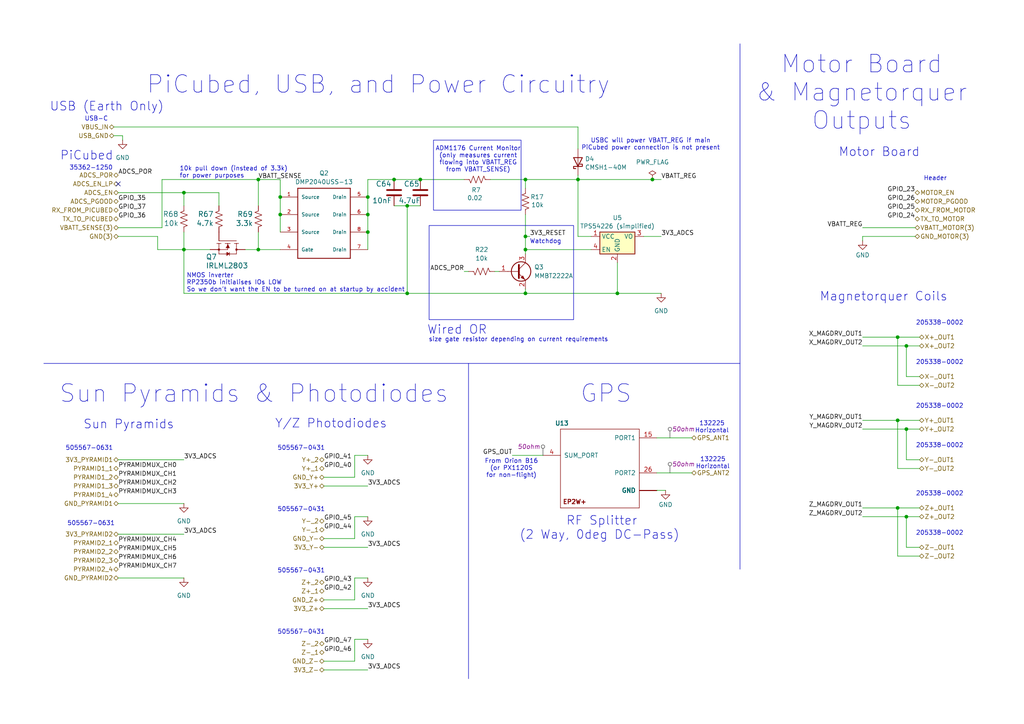
<source format=kicad_sch>
(kicad_sch (version 20250114) (generator "eeschema") (generator_version "9.0")
  (paper "A4")
  (title_block (title "ADCS (system)") (date "2025-06-09") (company "Stanford Space Initiative") (comment 1 "Hunter Liu"))
  (lib_symbols
    (symbol "Device:C" (pin_numbers (hide yes)) (pin_names (offset 0.254))
      (property "Reference" "C" (at 0.635 2.54 0))
      (property "Value" "C" (at 0.635 -2.54 0))
      (symbol "C_0_1"
        (polyline (pts (xy -2.032 0.762) (xy 2.032 0.762)) (stroke (width 0.508)))
        (polyline (pts (xy -2.032 -0.762) (xy 2.032 -0.762)) (stroke (width 0.508)))
      )
      (symbol "C_1_1"
        (pin passive line (at 0 3.81 270) (length 2.794) (name "~") (number "1"))
        (pin passive line (at 0 -3.81 90) (length 2.794) (name "~") (number "2"))
      )
    )
    (symbol "Device:D_Schottky" (pin_numbers (hide yes)) (pin_names (offset 1.016) (hide yes))
      (property "Reference" "D" (at 0 2.54 0))
      (property "Value" "D_Schottky" (at 0 -2.54 0))
      (symbol "D_Schottky_0_1"
        (polyline (pts (xy -1.905 0.635) (xy -1.905 1.27) (xy -1.27 1.27) (xy -1.27 -1.27) (xy -0.635 -1.27) (xy -0.635 -0.635)) (stroke (width 0.254)))
        (polyline (pts (xy 1.27 1.27) (xy 1.27 -1.27) (xy -1.27 0) (xy 1.27 1.27)) (stroke (width 0.254)))
        (polyline (pts (xy 1.27 0) (xy -1.27 0)))
      )
      (symbol "D_Schottky_1_1"
        (pin passive line (at -3.81 0 0) (length 2.54) (name "K") (number "1"))
        (pin passive line (at 3.81 0 180) (length 2.54) (name "A") (number "2"))
      )
    )
    (symbol "Device:R_US" (pin_numbers (hide yes)) (pin_names (offset 0))
      (property "Reference" "R" (at 2.54 0 90))
      (property "Value" "R_US" (at -2.54 0 90))
      (symbol "R_US_0_1"
        (polyline (pts (xy 0 2.286) (xy 0 2.54)))
        (polyline (pts (xy 0 2.286) (xy 1.016 1.905) (xy 0 1.524) (xy -1.016 1.143) (xy 0 0.762)))
        (polyline (pts (xy 0 0.762) (xy 1.016 0.381) (xy 0 0) (xy -1.016 -0.381) (xy 0 -0.762)))
        (polyline (pts (xy 0 -0.762) (xy 1.016 -1.143) (xy 0 -1.524) (xy -1.016 -1.905) (xy 0 -2.286)))
        (polyline (pts (xy 0 -2.286) (xy 0 -2.54)))
      )
      (symbol "R_US_1_1"
        (pin passive line (at 0 3.81 270) (length 1.27) (name "~") (number "1"))
        (pin passive line (at 0 -3.81 90) (length 1.27) (name "~") (number "2"))
      )
    )
    (symbol "Transistor_BJT:MMBT2222A" (pin_names (offset 0) (hide yes))
      (property "Reference" "Q" (at 5.08 1.905 0))
      (property "Value" "MMBT2222A" (at 5.08 0 0))
      (symbol "MMBT2222A_0_1"
        (polyline (pts (xy -2.54 0) (xy 0.635 0)))
        (polyline (pts (xy 0.635 1.905) (xy 0.635 -1.905)) (stroke (width 0.508)))
        (circle (center 1.27 0) (radius 2.8194) (stroke (width 0.254)))
      )
      (symbol "MMBT2222A_1_1"
        (polyline (pts (xy 0.635 0.635) (xy 2.54 2.54)))
        (polyline (pts (xy 0.635 -0.635) (xy 2.54 -2.54)))
        (polyline (pts (xy 1.27 -1.778) (xy 1.778 -1.27) (xy 2.286 -2.286) (xy 1.27 -1.778)) (fill (type outline)))
        (pin input line (at -5.08 0 0) (length 2.54) (name "B") (number "1"))
        (pin passive line (at 2.54 5.08 270) (length 2.54) (name "C") (number "3"))
        (pin passive line (at 2.54 -5.08 90) (length 2.54) (name "E") (number "2"))
      )
    )
    (symbol "power:GND" (power) (pin_numbers (hide yes)) (pin_names (offset 0) (hide yes))
      (property "Value" "GND" (at 0 -3.81 0))
      (symbol "GND_0_1"
        (polyline (pts (xy 0 0) (xy 0 -1.27) (xy 1.27 -1.27) (xy 0 -2.54) (xy -1.27 -1.27) (xy 0 -1.27)))
      )
      (symbol "GND_1_1"
        (pin power_in line (at 0 0 270) (length 0) (name "~") (number "1"))
      )
    )
    (symbol "power:PWR_FLAG" (power) (pin_numbers (hide yes)) (pin_names (offset 0) (hide yes))
      (property "Value" "PWR_FLAG" (at 0 3.81 0))
      (symbol "PWR_FLAG_0_0"
        (pin power_out line (at 0 0 90) (length 0) (name "~") (number "1"))
      )
      (symbol "PWR_FLAG_0_1"
        (polyline (pts (xy 0 0) (xy 0 1.27) (xy -1.016 1.905) (xy 0 2.54) (xy 1.016 1.905) (xy 0 1.27)))
      )
    )
    (symbol "ssi_IC:EP2W+" (pin_names (offset 1.016))
      (property "Reference" "U" (at -7.62 10.16 0))
      (symbol "EP2W+_1_0"
        (polyline (pts (xy -12.7 7.62) (xy 10.16 7.62)))
        (polyline (pts (xy -12.7 -15.24) (xy -12.7 7.62)))
        (polyline (pts (xy 10.16 7.62) (xy 10.16 -15.24)))
        (polyline (pts (xy 10.16 -15.24) (xy -12.7 -15.24)))
        (text "EP2W+" (at -5.08 -12.7 0) (effects (font (size 1.27 1.27) (bold yes)) (justify right top)))
        (pin bidirectional line (at -17.78 0 0) (length 5.08) (name "SUM_PORT") (number "4"))
        (pin bidirectional line (at 15.24 5.08 180) (length 5.08) (name "PORT1") (number "15"))
        (pin bidirectional line (at 15.24 -5.08 180) (length 5.08) (name "PORT2") (number "26"))
        (pin power_in line (at 15.24 -10.16 180) (length 5.08) (name "GND") (number "1"))
        (pin power_in line (at 15.24 -10.16 180) (length 5.08) (name "GND") (number "10"))
        (pin power_in line (at 15.24 -10.16 180) (length 5.08) (name "GND") (number "11"))
        (pin power_in line (at 15.24 -10.16 180) (length 5.08) (name "GND") (number "12"))
        (pin power_in line (at 15.24 -10.16 180) (length 5.08) (name "GND") (number "13"))
        (pin power_in line (at 15.24 -10.16 180) (length 5.08) (name "GND") (number "14"))
        (pin power_in line (at 15.24 -10.16 180) (length 5.08) (name "GND") (number "16"))
        (pin power_in line (at 15.24 -10.16 180) (length 5.08) (name "GND") (number "17"))
        (pin power_in line (at 15.24 -10.16 180) (length 5.08) (name "GND") (number "18"))
        (pin power_in line (at 15.24 -10.16 180) (length 5.08) (name "GND") (number "19"))
        (pin power_in line (at 15.24 -10.16 180) (length 5.08) (name "GND") (number "2"))
        (pin power_in line (at 15.24 -10.16 180) (length 5.08) (name "GND") (number "20"))
        (pin power_in line (at 15.24 -10.16 180) (length 5.08) (name "GND") (number "21"))
        (pin power_in line (at 15.24 -10.16 180) (length 5.08) (name "GND") (number "22"))
        (pin power_in line (at 15.24 -10.16 180) (length 5.08) (name "GND") (number "23"))
        (pin power_in line (at 15.24 -10.16 180) (length 5.08) (name "GND") (number "24"))
        (pin power_in line (at 15.24 -10.16 180) (length 5.08) (name "GND") (number "25"))
        (pin power_in line (at 15.24 -10.16 180) (length 5.08) (name "GND") (number "27"))
        (pin power_in line (at 15.24 -10.16 180) (length 5.08) (name "GND") (number "28"))
        (pin power_in line (at 15.24 -10.16 180) (length 5.08) (name "GND") (number "29"))
        (pin power_in line (at 15.24 -10.16 180) (length 5.08) (name "GND") (number "3"))
        (pin power_in line (at 15.24 -10.16 180) (length 5.08) (name "GND") (number "30"))
        (pin power_in line (at 15.24 -10.16 180) (length 5.08) (name "GND") (number "31"))
        (pin power_in line (at 15.24 -10.16 180) (length 5.08) (name "GND") (number "32"))
        (pin power_in line (at 15.24 -10.16 180) (length 5.08) (name "GND") (number "5"))
        (pin power_in line (at 15.24 -10.16 180) (length 5.08) (name "GND") (number "6"))
        (pin power_in line (at 15.24 -10.16 180) (length 5.08) (name "GND") (number "7"))
        (pin power_in line (at 15.24 -10.16 180) (length 5.08) (name "GND") (number "8"))
        (pin power_in line (at 15.24 -10.16 180) (length 5.08) (name "GND") (number "9"))
        (pin power_in line (at 15.24 -10.16 180) (length 5.08) (name "GND") (number "EP"))
      )
    )
    (symbol "ssi_system:TPS54226_simplified"
      (property "Reference" "U5" (at 0 5.4145 0))
      (property "Value" "TPS54226 (simplified)" (at 0 2.9902 0))
      (symbol "TPS54226_simplified_1_1"
        (rectangle (start -5.08 -5.08) (end 5.08 1.27) (stroke (width 0.254)) (fill (type background)))
        (pin power_in line (at -7.62 0 0) (length 2.54) (name "VCC") (number "1"))
        (pin passive line (at -7.62 -3.81 0) (length 2.54) (name "EN") (number "4"))
        (pin power_in line (at 0 -7.62 90) (length 2.54) (name "GND") (number "2"))
        (pin power_out line (at 7.62 0 180) (length 2.54) (name "VO") (number "3"))
      )
    )
    (symbol "ssi_transistor:DMP2040USS-13" (pin_names (offset 1.016))
      (property "Reference" "Q" (at -7.62 10.287 0))
      (property "Value" "DMP2040USS-13" (at -7.493 -12.065 0))
      (symbol "DMP2040USS-13_0_0"
        (polyline (pts (xy -7.62 10.16) (xy 7.62 10.16)) (stroke (width 0.254)))
        (polyline (pts (xy -7.62 -10.16) (xy -7.62 10.16)) (stroke (width 0.254)))
        (polyline (pts (xy 7.62 10.16) (xy 7.62 -10.16)) (stroke (width 0.254)))
        (polyline (pts (xy 7.62 -10.16) (xy -7.62 -10.16)) (stroke (width 0.254)))
        (pin passive line (at -12.7 7.62 0) (length 5.08) (name "Source") (number "1"))
        (pin passive line (at -12.7 2.54 0) (length 5.08) (name "Source") (number "2"))
        (pin passive line (at -12.7 -2.54 0) (length 5.08) (name "Source") (number "3"))
        (pin passive line (at 12.7 7.62 180) (length 5.08) (name "Drain") (number "5"))
        (pin passive line (at 12.7 2.54 180) (length 5.08) (name "Drain") (number "6"))
        (pin passive line (at 12.7 -2.54 180) (length 5.08) (name "Drain") (number "8"))
        (pin passive line (at 12.7 -7.62 180) (length 5.08) (name "Drain") (number "7"))
      )
      (symbol "DMP2040USS-13_1_0"
        (pin input line (at -12.7 -7.62 0) (length 5.08) (name "Gate") (number "4"))
      )
    )
    (symbol "ssi_transistor:IRLML2803TRPBF" (pin_names (offset 1.016))
      (property "Reference" "Q" (at -11.43 1.27 0))
      (property "Value" "IRLML2803TRPBF" (at -11.43 3.81 0))
      (symbol "IRLML2803TRPBF_1_0"
        (polyline (pts (xy 0 2.54) (xy 0 -2.54)))
        (polyline (pts (xy 0.762 3.175) (xy 0.762 2.54)))
        (polyline (pts (xy 0.762 2.54) (xy 0.762 1.905)))
        (polyline (pts (xy 0.762 2.54) (xy 3.81 2.54)))
        (polyline (pts (xy 0.762 0.762) (xy 0.762 0)))
        (polyline (pts (xy 0.762 0) (xy 0.762 -0.762)))
        (polyline (pts (xy 0.762 0) (xy 2.54 0)))
        (polyline (pts (xy 0.762 -1.905) (xy 0.762 -2.54)))
        (polyline (pts (xy 0.762 -2.54) (xy 0.762 -3.175)))
        (polyline (pts (xy 1.016 0) (xy 2.032 0.508) (xy 2.032 -0.508)) (fill (type outline)))
        (circle (center 2.54 2.54) (radius 0.254))
        (polyline (pts (xy 2.54 0) (xy 2.54 -2.54)))
        (polyline (pts (xy 2.54 -2.54) (xy 0.762 -2.54)))
        (polyline (pts (xy 2.54 -2.54) (xy 3.81 -2.54)))
        (circle (center 2.54 -2.54) (radius 0.254))
        (polyline (pts (xy 3.302 0.508) (xy 3.81 0.508)))
        (polyline (pts (xy 3.81 2.54) (xy 3.81 0.508)))
        (polyline (pts (xy 3.81 0.508) (xy 3.81 -0.508)))
        (polyline (pts (xy 3.81 0.508) (xy 4.318 0.508)))
        (polyline (pts (xy 3.81 0.508) (xy 3.302 -0.254) (xy 4.318 -0.254)) (fill (type outline)))
        (polyline (pts (xy 3.81 -0.508) (xy 3.81 -2.54)))
        (pin passive line (at -2.54 -2.54 0) (length 2.54) (name "G") (number "1"))
        (pin passive line (at 2.54 5.08 270) (length 2.54) (name "D") (number "3"))
        (pin passive line (at 2.54 -5.08 90) (length 2.54) (name "S") (number "2"))
      )
    )
  )
  (rectangle (start 124.46 65.405) (end 166.37 92.71))
  (rectangle (start 125.73 40.64) (end 151.13 60.96))
  (text "505567-0431" (at 87.376 147.828 0) (effects (font (size 1.27 1.27))))
  (text "35362-1250" (at 26.416 48.768 0) (effects (font (size 1.27 1.27))))
  (text "Sun Pyramids" (at 37.338 123.19 0) (effects (font (size 2.54 2.54))))
  (text "ADM1176 Current Monitor\n(only measures current\nflowing into VBATT_REG\nfrom VBATT_SENSE)" (at 138.684 46.228 0) (effects (font (size 1.27 1.27))))
  (text "Y/Z Photodiodes" (at 96.012 122.936 0) (effects (font (size 2.54 2.54))))
  (text "132225\nHorizontal" (at 206.756 134.366 0) (effects (font (size 1.27 1.27))))
  (text "GPS" (at 175.768 114.3 0) (effects (font (size 5.08 5.08))))
  (text "205338-0002" (at 272.542 117.856 0) (effects (font (size 1.27 1.27))))
  (text "Sun Pyramids & Photodiodes" (at 73.66 114.3 0) (effects (font (size 5.08 5.08))))
  (text "USB-C" (at 27.94 34.544 0) (effects (font (size 1.27 1.27))))
  (text "Wired OR" (at 132.588 95.758 0) (effects (font (size 2.54 2.54))))
  (text "205338-0002" (at 272.542 93.726 0) (effects (font (size 1.27 1.27))))
  (text "Magnetorquer Coils" (at 256.286 86.106 0) (effects (font (size 2.54 2.54))))
  (text "Header" (at 271.272 51.816 0) (effects (font (size 1.27 1.27))))
  (text "Motor Board\n& Magnetorquer\nOutputs" (at 249.936 26.924 0) (effects (font (size 5.08 5.08))))
  (text "205338-0002" (at 272.542 154.686 0) (effects (font (size 1.27 1.27))))
  (text "205338-0002" (at 272.542 143.256 0) (effects (font (size 1.27 1.27))))
  (text "10k pull down (instead of 3.3k) \nfor power purposes" (at 52.07 50.038 0) (effects (font (size 1.27 1.27)) (justify left)))
  (text "PiCubed, USB, and Power Circuitry" (at 109.728 24.638 0) (effects (font (size 5.08 5.08))))
  (text "505567-0431" (at 87.376 165.608 0) (effects (font (size 1.27 1.27))))
  (text "505567-0631" (at 25.908 130.048 0) (effects (font (size 1.27 1.27))))
  (text "132225\nHorizontal" (at 206.502 123.952 0) (effects (font (size 1.27 1.27))))
  (text "USBC will power VBATT_REG if main\nPiCubed power connection is not present" (at 188.722 41.91 0) (effects (font (size 1.27 1.27))))
  (text "From Orion B16\n(or PX1120S\nfor non-flight)" (at 148.336 135.89 0) (effects (font (size 1.27 1.27))))
  (text "505567-0431" (at 87.376 183.388 0) (effects (font (size 1.27 1.27))))
  (text "NMOS inverter\nRP2350b initialises IOs LOW\nSo we don't want the EN to be turned on at startup by accident" (at 54.102 82.042 0) (effects (font (size 1.27 1.27)) (justify left)))
  (text "       RF Splitter \n(2 Way, 0deg DC-Pass)" (at 150.622 156.718 0) (effects (font (size 2.54 2.54)) (justify left bottom)))
  (text "PiCubed" (at 25.146 45.212 0) (effects (font (size 2.54 2.54))))
  (text "205338-0002" (at 272.542 129.286 0) (effects (font (size 1.27 1.27))))
  (text "505567-0631" (at 26.416 151.892 0) (effects (font (size 1.27 1.27))))
  (text "USB (Earth Only)" (at 30.988 30.988 0) (effects (font (size 2.54 2.54))))
  (text "Motor Board" (at 255.016 44.196 0) (effects (font (size 2.54 2.54))))
  (text "size gate resistor depending on current requirements" (at 150.368 98.552 0) (effects (font (size 1.27 1.27))))
  (text "205338-0002" (at 272.542 105.156 0) (effects (font (size 1.27 1.27))))
  (text "Watchdog" (at 158.242 70.104 0) (effects (font (size 1.27 1.27))))
  (text "505567-0431" (at 87.376 130.048 0) (effects (font (size 1.27 1.27))))
  (junction (at 152.4 68.58))
  (junction (at 81.28 57.15))
  (junction (at 118.11 59.69))
  (junction (at 121.92 52.07))
  (junction (at 118.11 85.09))
  (junction (at 81.28 62.23))
  (junction (at 114.3 52.07))
  (junction (at 74.93 72.39))
  (junction (at 262.89 124.46))
  (junction (at 262.89 149.86))
  (junction (at 262.89 100.33))
  (junction (at 53.34 55.88))
  (junction (at 74.93 52.07))
  (junction (at 53.34 72.39))
  (junction (at 179.07 85.09))
  (junction (at 152.4 52.07))
  (junction (at 106.68 62.23))
  (junction (at 152.4 85.09))
  (junction (at 152.4 72.39))
  (junction (at 106.68 57.15))
  (junction (at 260.35 121.92))
  (junction (at 106.68 67.31))
  (junction (at 189.23 52.07))
  (junction (at 167.64 52.07))
  (junction (at 260.35 147.32))
  (junction (at 260.35 97.79))
  (no_connect (at 34.29 53.34))
  (wire (pts (xy 250.19 149.86) (xy 262.89 149.86)))
  (wire (pts (xy 106.68 57.15) (xy 106.68 62.23)))
  (wire (pts (xy 266.7 109.22) (xy 262.89 109.22)))
  (wire (pts (xy 71.12 72.39) (xy 74.93 72.39)))
  (wire (pts (xy 35.56 40.64) (xy 35.56 39.37)))
  (wire (pts (xy 262.89 149.86) (xy 262.89 158.75)))
  (wire (pts (xy 266.7 133.35) (xy 262.89 133.35)))
  (wire (pts (xy 106.68 62.23) (xy 106.68 67.31)))
  (wire (pts (xy 53.34 55.88) (xy 53.34 59.69)))
  (wire (pts (xy 106.68 52.07) (xy 114.3 52.07)))
  (wire (pts (xy 93.98 176.53) (xy 106.68 176.53)))
  (wire (pts (xy 93.98 158.75) (xy 106.68 158.75)))
  (wire (pts (xy 179.07 85.09) (xy 152.4 85.09)))
  (wire (pts (xy 93.98 194.31) (xy 106.68 194.31)))
  (wire (pts (xy 152.4 72.39) (xy 171.45 72.39)))
  (wire (pts (xy 102.87 149.86) (xy 102.87 156.21)))
  (wire (pts (xy 53.34 72.39) (xy 53.34 85.09)))
  (wire (pts (xy 33.02 36.83) (xy 167.64 36.83)))
  (wire (pts (xy 260.35 135.89) (xy 260.35 121.92)))
  (wire (pts (xy 114.3 52.07) (xy 121.92 52.07)))
  (polyline (pts (xy 214.63 12.7) (xy 214.63 165.1)))
  (wire (pts (xy 190.5 127) (xy 200.66 127)))
  (wire (pts (xy 262.89 100.33) (xy 266.7 100.33)))
  (wire (pts (xy 118.11 85.09) (xy 152.4 85.09)))
  (wire (pts (xy 102.87 173.99) (xy 93.98 173.99)))
  (wire (pts (xy 45.72 68.58) (xy 45.72 72.39)))
  (wire (pts (xy 106.68 67.31) (xy 106.68 72.39)))
  (wire (pts (xy 167.64 50.8) (xy 167.64 52.07)))
  (wire (pts (xy 167.64 36.83) (xy 167.64 43.18)))
  (wire (pts (xy 260.35 111.76) (xy 260.35 97.79)))
  (wire (pts (xy 102.87 132.08) (xy 106.68 132.08)))
  (wire (pts (xy 53.34 85.09) (xy 118.11 85.09)))
  (wire (pts (xy 189.23 52.07) (xy 167.64 52.07)))
  (wire (pts (xy 106.68 52.07) (xy 106.68 57.15)))
  (wire (pts (xy 250.19 121.92) (xy 260.35 121.92)))
  (wire (pts (xy 250.19 147.32) (xy 260.35 147.32)))
  (polyline (pts (xy 135.89 105.41) (xy 135.89 196.85)))
  (wire (pts (xy 250.19 100.33) (xy 262.89 100.33)))
  (wire (pts (xy 53.34 133.35) (xy 34.29 133.35)))
  (wire (pts (xy 260.35 97.79) (xy 266.7 97.79)))
  (wire (pts (xy 152.4 62.23) (xy 152.4 68.58)))
  (wire (pts (xy 179.07 76.2) (xy 179.07 85.09)))
  (polyline (pts (xy 12.7 105.41) (xy 214.63 105.41)))
  (wire (pts (xy 81.28 62.23) (xy 81.28 67.31)))
  (wire (pts (xy 34.29 68.58) (xy 45.72 68.58)))
  (wire (pts (xy 167.64 52.07) (xy 152.4 52.07)))
  (wire (pts (xy 60.96 72.39) (xy 53.34 72.39)))
  (wire (pts (xy 265.43 68.58) (xy 250.19 68.58)))
  (wire (pts (xy 152.4 72.39) (xy 152.4 73.66)))
  (wire (pts (xy 262.89 124.46) (xy 262.89 133.35)))
  (wire (pts (xy 34.29 55.88) (xy 53.34 55.88)))
  (wire (pts (xy 46.99 66.04) (xy 34.29 66.04)))
  (wire (pts (xy 53.34 72.39) (xy 45.72 72.39)))
  (wire (pts (xy 93.98 140.97) (xy 106.68 140.97)))
  (wire (pts (xy 250.19 124.46) (xy 262.89 124.46)))
  (wire (pts (xy 102.87 185.42) (xy 106.68 185.42)))
  (wire (pts (xy 152.4 68.58) (xy 152.4 72.39)))
  (wire (pts (xy 74.93 52.07) (xy 81.28 52.07)))
  (wire (pts (xy 171.45 68.58) (xy 167.64 68.58)))
  (wire (pts (xy 262.89 100.33) (xy 262.89 109.22)))
  (wire (pts (xy 260.35 121.92) (xy 266.7 121.92)))
  (wire (pts (xy 144.78 78.74) (xy 143.51 78.74)))
  (wire (pts (xy 102.87 185.42) (xy 102.87 191.77)))
  (wire (pts (xy 102.87 156.21) (xy 93.98 156.21)))
  (wire (pts (xy 102.87 191.77) (xy 93.98 191.77)))
  (wire (pts (xy 260.35 161.29) (xy 260.35 147.32)))
  (wire (pts (xy 186.69 68.58) (xy 191.77 68.58)))
  (wire (pts (xy 250.19 66.04) (xy 265.43 66.04)))
  (wire (pts (xy 152.4 52.07) (xy 152.4 54.61)))
  (wire (pts (xy 46.99 52.07) (xy 46.99 66.04)))
  (wire (pts (xy 102.87 138.43) (xy 93.98 138.43)))
  (wire (pts (xy 53.34 154.94) (xy 34.29 154.94)))
  (wire (pts (xy 152.4 83.82) (xy 152.4 85.09)))
  (wire (pts (xy 191.77 52.07) (xy 189.23 52.07)))
  (wire (pts (xy 102.87 149.86) (xy 106.68 149.86)))
  (wire (pts (xy 46.99 52.07) (xy 74.93 52.07)))
  (wire (pts (xy 102.87 132.08) (xy 102.87 138.43)))
  (wire (pts (xy 53.34 67.31) (xy 53.34 72.39)))
  (wire (pts (xy 102.87 167.64) (xy 106.68 167.64)))
  (wire (pts (xy 63.5 59.69) (xy 63.5 55.88)))
  (wire (pts (xy 260.35 147.32) (xy 266.7 147.32)))
  (wire (pts (xy 135.89 78.74) (xy 134.62 78.74)))
  (wire (pts (xy 81.28 57.15) (xy 81.28 62.23)))
  (wire (pts (xy 157.48 132.08) (xy 148.59 132.08)))
  (wire (pts (xy 190.5 142.24) (xy 193.04 142.24)))
  (wire (pts (xy 262.89 149.86) (xy 266.7 149.86)))
  (wire (pts (xy 250.19 68.58) (xy 250.19 69.85)))
  (wire (pts (xy 34.29 146.05) (xy 53.34 146.05)))
  (wire (pts (xy 266.7 135.89) (xy 260.35 135.89)))
  (wire (pts (xy 81.28 57.15) (xy 81.28 52.07)))
  (wire (pts (xy 74.93 59.69) (xy 74.93 52.07)))
  (wire (pts (xy 262.89 124.46) (xy 266.7 124.46)))
  (wire (pts (xy 118.11 59.69) (xy 118.11 85.09)))
  (wire (pts (xy 118.11 59.69) (xy 121.92 59.69)))
  (wire (pts (xy 250.19 97.79) (xy 260.35 97.79)))
  (wire (pts (xy 114.3 59.69) (xy 118.11 59.69)))
  (wire (pts (xy 266.7 161.29) (xy 260.35 161.29)))
  (wire (pts (xy 266.7 111.76) (xy 260.35 111.76)))
  (wire (pts (xy 35.56 39.37) (xy 33.02 39.37)))
  (wire (pts (xy 74.93 72.39) (xy 81.28 72.39)))
  (wire (pts (xy 74.93 72.39) (xy 74.93 67.31)))
  (wire (pts (xy 191.77 85.09) (xy 179.07 85.09)))
  (wire (pts (xy 142.24 52.07) (xy 152.4 52.07)))
  (wire (pts (xy 167.64 68.58) (xy 167.64 52.07)))
  (wire (pts (xy 152.4 68.58) (xy 153.67 68.58)))
  (wire (pts (xy 53.34 55.88) (xy 63.5 55.88)))
  (wire (pts (xy 102.87 167.64) (xy 102.87 173.99)))
  (wire (pts (xy 34.29 167.64) (xy 53.34 167.64)))
  (wire (pts (xy 134.62 52.07) (xy 121.92 52.07)))
  (wire (pts (xy 266.7 158.75) (xy 262.89 158.75)))
  (wire (pts (xy 190.5 137.16) (xy 200.66 137.16)))
  (label "GPIO_40" (at 93.98 135.89 0))
  (label "PYRAMIDMUX_CH0" (at 34.29 135.89 0))
  (label "3V3_ADCS" (at 53.34 154.94 0))
  (label "PYRAMIDMUX_CH7" (at 34.29 165.1 0))
  (label "3V3_ADCS" (at 106.68 158.75 0))
  (label "Y_MAGDRV_OUT2" (at 250.19 124.46 180))
  (label "Z_MAGDRV_OUT2" (at 250.19 149.86 180))
  (label "PYRAMIDMUX_CH4" (at 34.29 157.48 0))
  (label "3V3_ADCS" (at 106.68 194.31 0))
  (label "GPIO_42" (at 93.98 171.45 0))
  (label "PYRAMIDMUX_CH3" (at 34.29 143.51 0))
  (label "3V3_RESET" (at 153.67 68.58 0))
  (label "GPIO_24" (at 265.43 63.5 180))
  (label "GPIO_37" (at 34.29 60.96 0))
  (label "GPIO_46" (at 93.98 189.23 0))
  (label "X_MAGDRV_OUT1" (at 250.19 97.79 180))
  (label "GPIO_35" (at 34.29 58.42 0))
  (label "PYRAMIDMUX_CH1" (at 34.29 138.43 0))
  (label "GPIO_36" (at 34.29 63.5 0))
  (label "GPIO_26" (at 265.43 58.42 180))
  (label "Z_MAGDRV_OUT1" (at 250.19 147.32 180))
  (label "GPIO_45" (at 93.98 151.13 0))
  (label "GPIO_25" (at 265.43 60.96 180))
  (label "GPIO_41" (at 93.98 133.35 0))
  (label "ADCS_POR" (at 134.62 78.74 180))
  (label "ADCS_POR" (at 34.29 50.8 0))
  (label "GPIO_43" (at 93.98 168.91 0))
  (label "3V3_ADCS" (at 53.34 133.35 0))
  (label "GPIO_23" (at 265.43 55.88 180))
  (label "3V3_ADCS" (at 191.77 68.58 0))
  (label "PYRAMIDMUX_CH5" (at 34.29 160.02 0))
  (label "PYRAMIDMUX_CH6" (at 34.29 162.56 0))
  (label "3V3_ADCS" (at 106.68 176.53 0))
  (label "PYRAMIDMUX_CH2" (at 34.29 140.97 0))
  (label "X_MAGDRV_OUT2" (at 250.19 100.33 180))
  (label "VBATT_REG" (at 250.19 66.04 180))
  (label "GPIO_47" (at 93.98 186.69 0))
  (label "VBATT_SENSE" (at 74.93 52.07 0))
  (label "3V3_ADCS" (at 106.68 140.97 0))
  (label "GPS_OUT" (at 148.59 132.08 180))
  (label "VBATT_REG" (at 191.77 52.07 0))
  (label "Y_MAGDRV_OUT1" (at 250.19 121.92 180))
  (label "GPIO_44" (at 93.98 153.67 0))
  (hierarchical_label "PYRAMID2_1" (shape bidirectional) (at 34.29 157.48 180))
  (hierarchical_label "Y+_OUT1" (shape bidirectional) (at 266.7 121.92 0))
  (hierarchical_label "GND(3)" (shape bidirectional) (at 34.29 68.58 180))
  (hierarchical_label "ADCS_PGOOD" (shape bidirectional) (at 34.29 58.42 180))
  (hierarchical_label "Y+_OUT2" (shape bidirectional) (at 266.7 124.46 0))
  (hierarchical_label "PYRAMID2_3" (shape bidirectional) (at 34.29 162.56 180))
  (hierarchical_label "GND_PYRAMID1" (shape bidirectional) (at 34.29 146.05 180))
  (hierarchical_label "USB_GND" (shape bidirectional) (at 33.02 39.37 180))
  (hierarchical_label "X+_OUT1" (shape bidirectional) (at 266.7 97.79 0))
  (hierarchical_label "3V3_PYRAMID1" (shape bidirectional) (at 34.29 133.35 180))
  (hierarchical_label "X-_OUT1" (shape bidirectional) (at 266.7 109.22 0))
  (hierarchical_label "MOTOR_EN" (shape bidirectional) (at 265.43 55.88 0))
  (hierarchical_label "Y-_1" (shape bidirectional) (at 93.98 153.67 180))
  (hierarchical_label "PYRAMID1_4" (shape bidirectional) (at 34.29 143.51 180))
  (hierarchical_label "Z+_2" (shape bidirectional) (at 93.98 168.91 180))
  (hierarchical_label "VBUS_IN" (shape bidirectional) (at 33.02 36.83 180))
  (hierarchical_label "VBATT_SENSE(3)" (shape bidirectional) (at 34.29 66.04 180))
  (hierarchical_label "ADCS_EN" (shape bidirectional) (at 34.29 55.88 180))
  (hierarchical_label "X-_OUT2" (shape bidirectional) (at 266.7 111.76 0))
  (hierarchical_label "Y-_2" (shape bidirectional) (at 93.98 151.13 180))
  (hierarchical_label "PYRAMID2_2" (shape bidirectional) (at 34.29 160.02 180))
  (hierarchical_label "3V3_Z-" (shape bidirectional) (at 93.98 194.31 180))
  (hierarchical_label "3V3_PYRAMID2" (shape bidirectional) (at 34.29 154.94 180))
  (hierarchical_label "Z+_1" (shape bidirectional) (at 93.98 171.45 180))
  (hierarchical_label "GND_Y+" (shape bidirectional) (at 93.98 138.43 180))
  (hierarchical_label "Y+_1" (shape bidirectional) (at 93.98 135.89 180))
  (hierarchical_label "VBATT_MOTOR(3)" (shape bidirectional) (at 265.43 66.04 0))
  (hierarchical_label "Y-_OUT1" (shape bidirectional) (at 266.7 133.35 0))
  (hierarchical_label "3V3_Y-" (shape bidirectional) (at 93.98 158.75 180))
  (hierarchical_label "Z-_1" (shape bidirectional) (at 93.98 189.23 180))
  (hierarchical_label "GND_Z-" (shape bidirectional) (at 93.98 191.77 180))
  (hierarchical_label "PYRAMID1_2" (shape bidirectional) (at 34.29 138.43 180))
  (hierarchical_label "GPS_ANT1" (shape bidirectional) (at 200.66 127 0))
  (hierarchical_label "Z+_OUT1" (shape bidirectional) (at 266.7 147.32 0))
  (hierarchical_label "GND_PYRAMID2" (shape bidirectional) (at 34.29 167.64 180))
  (hierarchical_label "ADCS_EN_LP" (shape bidirectional) (at 34.29 53.34 180))
  (hierarchical_label "PYRAMID1_1" (shape bidirectional) (at 34.29 135.89 180))
  (hierarchical_label "PYRAMID1_3" (shape bidirectional) (at 34.29 140.97 180))
  (hierarchical_label "GPS_ANT2" (shape bidirectional) (at 200.66 137.16 0))
  (hierarchical_label "TX_TO_MOTOR" (shape bidirectional) (at 265.43 63.5 0))
  (hierarchical_label "Z-_OUT2" (shape bidirectional) (at 266.7 161.29 0))
  (hierarchical_label "Y+_2" (shape bidirectional) (at 93.98 133.35 180))
  (hierarchical_label "GND_MOTOR(3)" (shape bidirectional) (at 265.43 68.58 0))
  (hierarchical_label "MOTOR_PGOOD" (shape bidirectional) (at 265.43 58.42 0))
  (hierarchical_label "PYRAMID2_4" (shape bidirectional) (at 34.29 165.1 180))
  (hierarchical_label "Z-_OUT1" (shape bidirectional) (at 266.7 158.75 0))
  (hierarchical_label "Z-_2" (shape bidirectional) (at 93.98 186.69 180))
  (hierarchical_label "ADCS_POR" (shape bidirectional) (at 34.29 50.8 180))
  (hierarchical_label "GND_Y-" (shape bidirectional) (at 93.98 156.21 180))
  (hierarchical_label "GND_Z+" (shape bidirectional) (at 93.98 173.99 180))
  (hierarchical_label "TX_TO_PICUBED" (shape bidirectional) (at 34.29 63.5 180))
  (hierarchical_label "Y-_OUT2" (shape bidirectional) (at 266.7 135.89 0))
  (hierarchical_label "RX_FROM_MOTOR" (shape bidirectional) (at 265.43 60.96 0))
  (hierarchical_label "Z+_OUT2" (shape bidirectional) (at 266.7 149.86 0))
  (hierarchical_label "3V3_Y+" (shape bidirectional) (at 93.98 140.97 180))
  (hierarchical_label "X+_OUT2" (shape bidirectional) (at 266.7 100.33 0))
  (hierarchical_label "RX_FROM_PICUBED" (shape bidirectional) (at 34.29 60.96 180))
  (hierarchical_label "3V3_Z+" (shape bidirectional) (at 93.98 176.53 180))
  (netclass_flag "" (length 2.54) (shape round) (at 194.31 127 0) (property "Netclass" "50ohm" (at 194.9196 124.46 0) (effects (font (italic yes)) (justify left))))
  (netclass_flag "" (length 2.54) (shape round) (at 157.48 132.08 0) (property "Netclass" "50ohm" (at 150.114 129.54 0) (effects (font (italic yes)) (justify left))))
  (netclass_flag "" (length 2.54) (shape round) (at 194.31 137.16 0) (property "Netclass" "50ohm" (at 194.9196 134.62 0) (effects (font (italic yes)) (justify left))))
  (symbol (lib_id "Device:R_US") (at 152.4 58.42 0) (mirror y) (unit 1)
    (property "Reference" "R17" (at 157.734 57.1246 0) (effects (justify left)))
    (property "Value" "10k" (at 157.734 59.436 0) (effects (justify left)))
    (property "Footprint" "Resistor_SMD:R_0603_1608Metric" (effects (hide yes)))
    (property "Description" "Resistor, US symbol" (effects (hide yes)))
  )
  (symbol (lib_id "ssi_system:TPS54226_simplified") (at 179.07 68.58 0) (unit 1)
    (property "Reference" "U5" (at 179.07 63.1655 0))
    (property "Value" "TPS54226 (simplified)" (at 179.07 65.5898 0))
  )
  (symbol (lib_id "ssi_transistor:DMP2040USS-13") (at 93.98 64.77 0) (unit 1)
    (property "Reference" "Q2" (at 93.98 50.2158 0))
    (property "Value" "DMP2040USS-13" (at 93.98 52.7558 0))
    (property "Footprint" "ssi_transistor:DMP2040USS-13" (effects (hide yes)))
    (property "Datasheet" "https://www.infineon.com/dgdl/irf7404pbf.pdf?fileId=5546d462533600a4015355fa31be1ba0" (effects (hide yes)))
    (property "Description" "P-Channel MOSFET" (effects (hide yes)))
    (property "Flight" "DMP2040USS-13" (effects (hide yes)))
    (property "Proto" "DMP2022LSS-13" (effects (hide yes)))
    (property "Field4" "ON Semiconductor" (effects (hide yes)))
    (property "Field7" "IRF7404TRPBF" (effects (hide yes)))
    (property "Field8" "SO-8 ON Semiconductor" (effects (hide yes)))
  )
  (symbol (lib_id "power:GND") (at 250.19 69.85 0) (unit 1)
    (property "Reference" "#PWR018" (effects (hide yes)))
    (property "Value" "GND" (at 250.19 73.9831 0))
    (property "Description" "Power symbol creates a global label with name \"GND\" , ground" (effects (hide yes)))
  )
  (symbol (lib_id "Device:C") (at 121.92 55.88 0) (unit 1)
    (property "Reference" "C65" (at 117.094 53.34 0) (effects (font (size 1.4986 1.4986)) (justify left)))
    (property "Value" "4.7uF" (at 115.57 58.166 0) (effects (font (size 1.4986 1.4986)) (justify left)))
    (property "Footprint" "Capacitor_SMD:C_0603_1608Metric" (effects (hide yes)))
    (property "Description" "Unpolarized capacitor" (effects (hide yes)))
  )
  (symbol (lib_id "power:GND") (at 53.34 167.64 0) (mirror y) (unit 1)
    (property "Reference" "#PWR087" (effects (hide yes)))
    (property "Value" "GND" (at 53.34 172.72 0))
    (property "Description" "Power symbol creates a global label with name \"GND\" , ground" (effects (hide yes)))
  )
  (symbol (lib_id "Device:D_Schottky") (at 167.64 46.99 90) (unit 1)
    (property "Reference" "D4" (at 169.672 46.0953 90) (effects (justify right)))
    (property "Value" "CMSH1-40M" (at 169.672 48.5196 90) (effects (justify right)))
    (property "Footprint" "ssi_diode:DIOM5226X262N" (effects (hide yes)))
    (property "Datasheet" "https://my.centralsemi.com/datasheets/CMSH3-20M_40M_60M_100M.PDF" (effects (hide yes)))
    (property "Description" "Schottky diode" (effects (hide yes)))
  )
  (symbol (lib_id "power:GND") (at 191.77 85.09 0) (mirror y) (unit 1)
    (property "Reference" "#PWR084" (effects (hide yes)))
    (property "Value" "GND" (at 191.77 90.17 0))
    (property "Description" "Power symbol creates a global label with name \"GND\" , ground" (effects (hide yes)))
  )
  (symbol (lib_id "power:GND") (at 106.68 132.08 0) (mirror y) (unit 1)
    (property "Reference" "#PWR088" (effects (hide yes)))
    (property "Value" "GND" (at 106.68 137.16 0))
    (property "Description" "Power symbol creates a global label with name \"GND\" , ground" (effects (hide yes)))
  )
  (symbol (lib_id "power:GND") (at 106.68 167.64 0) (mirror y) (unit 1)
    (property "Reference" "#PWR090" (effects (hide yes)))
    (property "Value" "GND" (at 106.68 172.72 0))
    (property "Description" "Power symbol creates a global label with name \"GND\" , ground" (effects (hide yes)))
  )
  (symbol (lib_id "Device:R_US") (at 138.43 52.07 90) (mirror x) (unit 1)
    (property "Reference" "R7" (at 139.446 55.118 90) (effects (justify left)))
    (property "Value" "0.02" (at 139.954 57.404 90) (effects (justify left)))
    (property "Footprint" "Resistor_SMD:R_0603_1608Metric" (effects (hide yes)))
    (property "Description" "Resistor, US symbol" (effects (hide yes)))
  )
  (symbol (lib_id "Device:C") (at 114.3 55.88 0) (unit 1)
    (property "Reference" "C64" (at 108.966 53.34 0) (effects (font (size 1.4986 1.4986)) (justify left)))
    (property "Value" "10nF" (at 107.95 58.166 0) (effects (font (size 1.4986 1.4986)) (justify left)))
    (property "Footprint" "Capacitor_SMD:C_0603_1608Metric" (effects (hide yes)))
    (property "Description" "Unpolarized capacitor" (effects (hide yes)))
  )
  (symbol (lib_id "ssi_transistor:IRLML2803TRPBF") (at 66.04 69.85 270) (unit 1)
    (property "Reference" "Q7" (at 59.69 73.66 90) (effects (font (size 1.4986 1.4986)) (justify left top)))
    (property "Value" "IRLML2803" (at 59.69 76.2 90) (effects (font (size 1.4986 1.4986)) (justify left top)))
    (property "Footprint" "ssi_transistor:SOT-23" (effects (hide yes)))
    (property "Datasheet" "https://www.infineon.com/dgdl/irlml2803pbf.pdf?fileId=5546d462533600a4015356682aff260f" (effects (hide yes)))
    (property "Description" "Single N-Channel MOSFET" (effects (hide yes)))
    (property "Flight" "MMBT2222AT " (effects (hide yes)))
    (property "Manufacturer_Name" "ON Semiconductor" (effects (hide yes)))
    (property "Manufacturer_Part_Number" "MMBT2222AT " (effects (hide yes)))
    (property "Proto" "2302" (effects (hide yes)))
  )
  (symbol (lib_id "Device:R_US") (at 63.5 63.5 0) (mirror x) (unit 1)
    (property "Reference" "R67" (at 61.976 62.103 0) (effects (font (size 1.4986 1.4986)) (justify right)))
    (property "Value" "4.7k" (at 61.976 64.77 0) (effects (font (size 1.4986 1.4986)) (justify right)))
    (property "Footprint" "Resistor_SMD:R_0603_1608Metric" (effects (hide yes)))
    (property "Description" "Resistor, US symbol" (effects (hide yes)))
  )
  (symbol (lib_id "power:PWR_FLAG") (at 189.23 52.07 0) (unit 1)
    (property "Reference" "#FLG05" (effects (hide yes)))
    (property "Value" "PWR_FLAG" (at 189.23 47.0154 0))
    (property "Description" "Special symbol for telling ERC where power comes from" (effects (hide yes)))
  )
  (symbol (lib_id "power:GND") (at 35.56 40.64 0) (mirror y) (unit 1)
    (property "Reference" "#PWR085" (effects (hide yes)))
    (property "Value" "GND" (at 35.56 45.72 0))
    (property "Description" "Power symbol creates a global label with name \"GND\" , ground" (effects (hide yes)))
  )
  (symbol (lib_id "Device:R_US") (at 53.34 63.5 0) (mirror x) (unit 1)
    (property "Reference" "R68" (at 51.816 62.103 0) (effects (font (size 1.4986 1.4986)) (justify right)))
    (property "Value" "10k" (at 51.816 64.77 0) (effects (font (size 1.4986 1.4986)) (justify right)))
    (property "Footprint" "Resistor_SMD:R_0603_1608Metric" (effects (hide yes)))
    (property "Description" "Resistor, US symbol" (effects (hide yes)))
  )
  (symbol (lib_id "power:GND") (at 106.68 185.42 0) (mirror y) (unit 1)
    (property "Reference" "#PWR091" (effects (hide yes)))
    (property "Value" "GND" (at 106.68 190.5 0))
    (property "Description" "Power symbol creates a global label with name \"GND\" , ground" (effects (hide yes)))
  )
  (symbol (lib_id "power:GND") (at 193.04 142.24 0) (unit 1)
    (property "Reference" "#PWR019" (effects (hide yes)))
    (property "Value" "GND" (at 193.04 146.3731 0))
    (property "Description" "Power symbol creates a global label with name \"GND\" , ground" (effects (hide yes)))
  )
  (symbol (lib_id "power:GND") (at 53.34 146.05 0) (mirror y) (unit 1)
    (property "Reference" "#PWR086" (effects (hide yes)))
    (property "Value" "GND" (at 53.34 151.13 0))
    (property "Description" "Power symbol creates a global label with name \"GND\" , ground" (effects (hide yes)))
  )
  (symbol (lib_id "power:GND") (at 106.68 149.86 0) (mirror y) (unit 1)
    (property "Reference" "#PWR089" (effects (hide yes)))
    (property "Value" "GND" (at 106.68 154.94 0))
    (property "Description" "Power symbol creates a global label with name \"GND\" , ground" (effects (hide yes)))
  )
  (symbol (lib_id "Transistor_BJT:MMBT2222A") (at 149.86 78.74 0) (unit 1)
    (property "Reference" "Q3" (at 154.94 77.4699 0) (effects (justify left)))
    (property "Value" "MMBT2222A" (at 154.94 80.0099 0) (effects (justify left)))
    (property "Footprint" "Package_TO_SOT_SMD:SOT-23" (effects (hide yes)))
    (property "Datasheet" "https://assets.nexperia.com/documents/data-sheet/MMBT2222A.pdf" (effects (hide yes)))
    (property "Description" "600mA Ic, 40V Vce, NPN Transistor, SOT-23" (effects (hide yes)))
  )
  (symbol (lib_id "Device:R_US") (at 74.93 63.5 0) (mirror x) (unit 1)
    (property "Reference" "R69" (at 73.406 62.103 0) (effects (font (size 1.4986 1.4986)) (justify right)))
    (property "Value" "3.3k" (at 73.406 64.77 0) (effects (font (size 1.4986 1.4986)) (justify right)))
    (property "Footprint" "Resistor_SMD:R_0603_1608Metric" (effects (hide yes)))
    (property "Description" "Resistor, US symbol" (effects (hide yes)))
  )
  (symbol (lib_id "Device:R_US") (at 139.7 78.74 270) (mirror x) (unit 1)
    (property "Reference" "R22" (at 139.7 72.39 90))
    (property "Value" "10k" (at 139.7 74.93 90))
    (property "Footprint" "Resistor_SMD:R_0603_1608Metric" (effects (hide yes)))
    (property "Description" "Resistor, US symbol" (effects (hide yes)))
  )
  (symbol (lib_id "ssi_IC:EP2W+") (at 175.26 132.08 0) (unit 1)
    (property "Reference" "U13" (at 165.1 121.92 0) (effects (font (bold yes)) (justify right top)))
    (property "Value" "EP2W+" (effects (hide yes)))
    (property "Footprint" "mainboard:QFN32-5X5MM" (effects (hide yes)))
    (property "Datasheet" "https://www.minicircuits.com/pdfs/EP2W+.pdf" (effects (hide yes)))
    (property "Description" "RF Splitter DC-Pass" (effects (hide yes)))
    (property "Flight" "EP2W+" (effects (hide yes)))
    (property "Manufacturer_Name" "Mini Circuits" (effects (hide yes)))
  )
)
</source>
